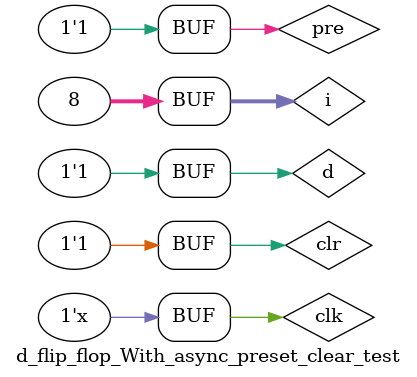
<source format=v>
module d_flip_flop_With_async_preset_clear_test;
	reg d, pre, clr, clk;
	wire q, q_;
	integer i;
	
	always #10 clk = ~clk;
	
	initial begin
		clk = 0;
	end
	 
	d_flip_flop_With_async_preset_clear gate (d, pre, clr, clk, q, q_);
	
	initial
		begin
			for(i = 0; i < 8; i = i + 1)
				begin
					{d, pre, clr} = i;
					#10;
				end
		end
endmodule

</source>
